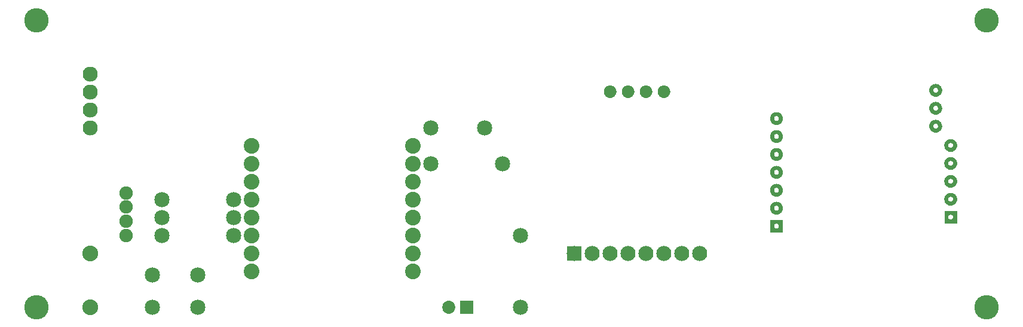
<source format=gbs>
G04 MADE WITH FRITZING*
G04 WWW.FRITZING.ORG*
G04 DOUBLE SIDED*
G04 HOLES PLATED*
G04 CONTOUR ON CENTER OF CONTOUR VECTOR*
%ASAXBY*%
%FSLAX23Y23*%
%MOIN*%
%OFA0B0*%
%SFA1.0B1.0*%
%ADD10C,0.087778*%
%ADD11C,0.083889*%
%ADD12C,0.075000*%
%ADD13C,0.085000*%
%ADD14C,0.088000*%
%ADD15C,0.135984*%
%ADD16C,0.084000*%
%ADD17C,0.072992*%
%ADD18R,0.084000X0.084000*%
%ADD19R,0.072992X0.072992*%
%ADD20R,0.001000X0.001000*%
%LNMASK0*%
G90*
G70*
G54D10*
X1413Y1080D03*
X1413Y980D03*
X1413Y880D03*
X1413Y780D03*
X1413Y680D03*
X1413Y580D03*
X1413Y480D03*
X1413Y380D03*
X2313Y380D03*
X2313Y480D03*
X2313Y580D03*
X2313Y680D03*
X2313Y780D03*
X2313Y880D03*
X2313Y980D03*
X2313Y1080D03*
G54D11*
X513Y1180D03*
X513Y1280D03*
X513Y1380D03*
X513Y1480D03*
G54D12*
X713Y580D03*
X713Y658D03*
X713Y737D03*
X713Y816D03*
G54D13*
X2413Y1180D03*
X2713Y1180D03*
X1113Y180D03*
X858Y180D03*
X1113Y357D03*
X858Y357D03*
G54D14*
X513Y480D03*
G54D13*
X913Y580D03*
X1313Y580D03*
X913Y680D03*
X1313Y680D03*
X913Y780D03*
X1313Y780D03*
X2413Y980D03*
X2813Y980D03*
G54D15*
X5513Y180D03*
X5513Y1780D03*
X213Y1780D03*
X213Y180D03*
G54D14*
X513Y180D03*
G54D16*
X3213Y480D03*
X3313Y480D03*
X3413Y480D03*
X3513Y480D03*
X3613Y480D03*
X3713Y480D03*
X3813Y480D03*
X3913Y480D03*
G54D17*
X2612Y180D03*
X2513Y180D03*
G54D13*
X2913Y580D03*
X2913Y180D03*
G54D18*
X3213Y480D03*
G54D19*
X2612Y180D03*
G54D20*
X5225Y1424D02*
X5232Y1424D01*
X5220Y1423D02*
X5237Y1423D01*
X5217Y1422D02*
X5240Y1422D01*
X5214Y1421D02*
X5243Y1421D01*
X5212Y1420D02*
X5245Y1420D01*
X5211Y1419D02*
X5247Y1419D01*
X5209Y1418D02*
X5248Y1418D01*
X5208Y1417D02*
X5250Y1417D01*
X5206Y1416D02*
X5251Y1416D01*
X3406Y1415D02*
X3419Y1415D01*
X3506Y1415D02*
X3519Y1415D01*
X3606Y1415D02*
X3619Y1415D01*
X3706Y1415D02*
X3719Y1415D01*
X5205Y1415D02*
X5252Y1415D01*
X3402Y1414D02*
X3423Y1414D01*
X3502Y1414D02*
X3523Y1414D01*
X3602Y1414D02*
X3623Y1414D01*
X3702Y1414D02*
X3723Y1414D01*
X5204Y1414D02*
X5253Y1414D01*
X3399Y1413D02*
X3426Y1413D01*
X3499Y1413D02*
X3526Y1413D01*
X3599Y1413D02*
X3626Y1413D01*
X3699Y1413D02*
X3726Y1413D01*
X5203Y1413D02*
X5254Y1413D01*
X3397Y1412D02*
X3428Y1412D01*
X3497Y1412D02*
X3528Y1412D01*
X3597Y1412D02*
X3628Y1412D01*
X3697Y1412D02*
X3728Y1412D01*
X5202Y1412D02*
X5255Y1412D01*
X3395Y1411D02*
X3430Y1411D01*
X3495Y1411D02*
X3530Y1411D01*
X3595Y1411D02*
X3630Y1411D01*
X3695Y1411D02*
X3730Y1411D01*
X5201Y1411D02*
X5256Y1411D01*
X3394Y1410D02*
X3431Y1410D01*
X3494Y1410D02*
X3531Y1410D01*
X3594Y1410D02*
X3631Y1410D01*
X3694Y1410D02*
X3731Y1410D01*
X5201Y1410D02*
X5257Y1410D01*
X3392Y1409D02*
X3433Y1409D01*
X3492Y1409D02*
X3533Y1409D01*
X3592Y1409D02*
X3633Y1409D01*
X3692Y1409D02*
X3733Y1409D01*
X5200Y1409D02*
X5257Y1409D01*
X3391Y1408D02*
X3434Y1408D01*
X3491Y1408D02*
X3534Y1408D01*
X3591Y1408D02*
X3634Y1408D01*
X3691Y1408D02*
X3734Y1408D01*
X5199Y1408D02*
X5258Y1408D01*
X3390Y1407D02*
X3435Y1407D01*
X3490Y1407D02*
X3535Y1407D01*
X3590Y1407D02*
X3635Y1407D01*
X3690Y1407D02*
X3735Y1407D01*
X5199Y1407D02*
X5259Y1407D01*
X3389Y1406D02*
X3436Y1406D01*
X3489Y1406D02*
X3536Y1406D01*
X3589Y1406D02*
X3636Y1406D01*
X3689Y1406D02*
X3736Y1406D01*
X5198Y1406D02*
X5259Y1406D01*
X3388Y1405D02*
X3437Y1405D01*
X3488Y1405D02*
X3537Y1405D01*
X3588Y1405D02*
X3637Y1405D01*
X3688Y1405D02*
X3737Y1405D01*
X5197Y1405D02*
X5260Y1405D01*
X3387Y1404D02*
X3438Y1404D01*
X3487Y1404D02*
X3538Y1404D01*
X3587Y1404D02*
X3638Y1404D01*
X3687Y1404D02*
X3738Y1404D01*
X5197Y1404D02*
X5260Y1404D01*
X3386Y1403D02*
X3439Y1403D01*
X3486Y1403D02*
X3539Y1403D01*
X3586Y1403D02*
X3639Y1403D01*
X3686Y1403D02*
X3739Y1403D01*
X5196Y1403D02*
X5261Y1403D01*
X3385Y1402D02*
X3440Y1402D01*
X3485Y1402D02*
X3540Y1402D01*
X3585Y1402D02*
X3640Y1402D01*
X3685Y1402D02*
X3740Y1402D01*
X5196Y1402D02*
X5261Y1402D01*
X3384Y1401D02*
X3441Y1401D01*
X3484Y1401D02*
X3541Y1401D01*
X3584Y1401D02*
X3641Y1401D01*
X3684Y1401D02*
X3741Y1401D01*
X5196Y1401D02*
X5223Y1401D01*
X5234Y1401D02*
X5262Y1401D01*
X3384Y1400D02*
X3441Y1400D01*
X3484Y1400D02*
X3541Y1400D01*
X3584Y1400D02*
X3641Y1400D01*
X3684Y1400D02*
X3741Y1400D01*
X5195Y1400D02*
X5221Y1400D01*
X5236Y1400D02*
X5262Y1400D01*
X3383Y1399D02*
X3442Y1399D01*
X3483Y1399D02*
X3542Y1399D01*
X3583Y1399D02*
X3642Y1399D01*
X3683Y1399D02*
X3742Y1399D01*
X5195Y1399D02*
X5220Y1399D01*
X5237Y1399D02*
X5262Y1399D01*
X3383Y1398D02*
X3443Y1398D01*
X3483Y1398D02*
X3542Y1398D01*
X3583Y1398D02*
X3642Y1398D01*
X3682Y1398D02*
X3742Y1398D01*
X5195Y1398D02*
X5219Y1398D01*
X5238Y1398D02*
X5263Y1398D01*
X3382Y1397D02*
X3443Y1397D01*
X3482Y1397D02*
X3543Y1397D01*
X3582Y1397D02*
X3643Y1397D01*
X3682Y1397D02*
X3743Y1397D01*
X5194Y1397D02*
X5218Y1397D01*
X5239Y1397D02*
X5263Y1397D01*
X3381Y1396D02*
X3444Y1396D01*
X3481Y1396D02*
X3544Y1396D01*
X3581Y1396D02*
X3644Y1396D01*
X3681Y1396D02*
X3744Y1396D01*
X5194Y1396D02*
X5217Y1396D01*
X5240Y1396D02*
X5263Y1396D01*
X3381Y1395D02*
X3444Y1395D01*
X3481Y1395D02*
X3544Y1395D01*
X3581Y1395D02*
X3644Y1395D01*
X3681Y1395D02*
X3744Y1395D01*
X5194Y1395D02*
X5216Y1395D01*
X5241Y1395D02*
X5263Y1395D01*
X3381Y1394D02*
X3445Y1394D01*
X3481Y1394D02*
X3545Y1394D01*
X3581Y1394D02*
X3644Y1394D01*
X3680Y1394D02*
X3745Y1394D01*
X5194Y1394D02*
X5216Y1394D01*
X5241Y1394D02*
X5264Y1394D01*
X3380Y1393D02*
X3445Y1393D01*
X3480Y1393D02*
X3545Y1393D01*
X3580Y1393D02*
X3645Y1393D01*
X3680Y1393D02*
X3745Y1393D01*
X5193Y1393D02*
X5215Y1393D01*
X5242Y1393D02*
X5264Y1393D01*
X3380Y1392D02*
X3445Y1392D01*
X3480Y1392D02*
X3545Y1392D01*
X3580Y1392D02*
X3645Y1392D01*
X3680Y1392D02*
X3745Y1392D01*
X5193Y1392D02*
X5215Y1392D01*
X5242Y1392D02*
X5264Y1392D01*
X3380Y1391D02*
X3446Y1391D01*
X3479Y1391D02*
X3546Y1391D01*
X3580Y1391D02*
X3646Y1391D01*
X3679Y1391D02*
X3746Y1391D01*
X5193Y1391D02*
X5215Y1391D01*
X5242Y1391D02*
X5264Y1391D01*
X3379Y1390D02*
X3446Y1390D01*
X3479Y1390D02*
X3546Y1390D01*
X3579Y1390D02*
X3646Y1390D01*
X3679Y1390D02*
X3746Y1390D01*
X5193Y1390D02*
X5215Y1390D01*
X5242Y1390D02*
X5264Y1390D01*
X3379Y1389D02*
X3446Y1389D01*
X3479Y1389D02*
X3546Y1389D01*
X3579Y1389D02*
X3646Y1389D01*
X3679Y1389D02*
X3746Y1389D01*
X5193Y1389D02*
X5215Y1389D01*
X5243Y1389D02*
X5264Y1389D01*
X3379Y1388D02*
X3446Y1388D01*
X3479Y1388D02*
X3546Y1388D01*
X3579Y1388D02*
X3646Y1388D01*
X3679Y1388D02*
X3746Y1388D01*
X5193Y1388D02*
X5215Y1388D01*
X5243Y1388D02*
X5264Y1388D01*
X3379Y1387D02*
X3446Y1387D01*
X3479Y1387D02*
X3546Y1387D01*
X3579Y1387D02*
X3646Y1387D01*
X3679Y1387D02*
X3746Y1387D01*
X5193Y1387D02*
X5215Y1387D01*
X5242Y1387D02*
X5264Y1387D01*
X3378Y1386D02*
X3447Y1386D01*
X3478Y1386D02*
X3547Y1386D01*
X3578Y1386D02*
X3647Y1386D01*
X3678Y1386D02*
X3747Y1386D01*
X5193Y1386D02*
X5215Y1386D01*
X5242Y1386D02*
X5264Y1386D01*
X3378Y1385D02*
X3447Y1385D01*
X3478Y1385D02*
X3547Y1385D01*
X3578Y1385D02*
X3647Y1385D01*
X3678Y1385D02*
X3747Y1385D01*
X5193Y1385D02*
X5215Y1385D01*
X5242Y1385D02*
X5264Y1385D01*
X3378Y1384D02*
X3447Y1384D01*
X3478Y1384D02*
X3547Y1384D01*
X3578Y1384D02*
X3647Y1384D01*
X3678Y1384D02*
X3747Y1384D01*
X5193Y1384D02*
X5215Y1384D01*
X5242Y1384D02*
X5264Y1384D01*
X3378Y1383D02*
X3447Y1383D01*
X3478Y1383D02*
X3547Y1383D01*
X3578Y1383D02*
X3647Y1383D01*
X3678Y1383D02*
X3747Y1383D01*
X5194Y1383D02*
X5216Y1383D01*
X5242Y1383D02*
X5264Y1383D01*
X3378Y1382D02*
X3447Y1382D01*
X3478Y1382D02*
X3547Y1382D01*
X3578Y1382D02*
X3647Y1382D01*
X3678Y1382D02*
X3747Y1382D01*
X5194Y1382D02*
X5216Y1382D01*
X5241Y1382D02*
X5263Y1382D01*
X3378Y1381D02*
X3447Y1381D01*
X3478Y1381D02*
X3547Y1381D01*
X3578Y1381D02*
X3647Y1381D01*
X3678Y1381D02*
X3747Y1381D01*
X5194Y1381D02*
X5217Y1381D01*
X5240Y1381D02*
X5263Y1381D01*
X3378Y1380D02*
X3447Y1380D01*
X3478Y1380D02*
X3547Y1380D01*
X3578Y1380D02*
X3647Y1380D01*
X3678Y1380D02*
X3747Y1380D01*
X5194Y1380D02*
X5217Y1380D01*
X5240Y1380D02*
X5263Y1380D01*
X3378Y1379D02*
X3447Y1379D01*
X3478Y1379D02*
X3547Y1379D01*
X3578Y1379D02*
X3647Y1379D01*
X3678Y1379D02*
X3747Y1379D01*
X5194Y1379D02*
X5218Y1379D01*
X5239Y1379D02*
X5263Y1379D01*
X3378Y1378D02*
X3447Y1378D01*
X3478Y1378D02*
X3547Y1378D01*
X3578Y1378D02*
X3647Y1378D01*
X3678Y1378D02*
X3747Y1378D01*
X5195Y1378D02*
X5219Y1378D01*
X5238Y1378D02*
X5262Y1378D01*
X3378Y1377D02*
X3447Y1377D01*
X3478Y1377D02*
X3547Y1377D01*
X3578Y1377D02*
X3647Y1377D01*
X3678Y1377D02*
X3747Y1377D01*
X5195Y1377D02*
X5221Y1377D01*
X5237Y1377D02*
X5262Y1377D01*
X3378Y1376D02*
X3447Y1376D01*
X3478Y1376D02*
X3547Y1376D01*
X3578Y1376D02*
X3647Y1376D01*
X3678Y1376D02*
X3747Y1376D01*
X5195Y1376D02*
X5222Y1376D01*
X5235Y1376D02*
X5262Y1376D01*
X3379Y1375D02*
X3447Y1375D01*
X3478Y1375D02*
X3547Y1375D01*
X3578Y1375D02*
X3647Y1375D01*
X3678Y1375D02*
X3747Y1375D01*
X5196Y1375D02*
X5226Y1375D01*
X5232Y1375D02*
X5261Y1375D01*
X3379Y1374D02*
X3446Y1374D01*
X3479Y1374D02*
X3546Y1374D01*
X3579Y1374D02*
X3646Y1374D01*
X3679Y1374D02*
X3746Y1374D01*
X5196Y1374D02*
X5261Y1374D01*
X3379Y1373D02*
X3446Y1373D01*
X3479Y1373D02*
X3546Y1373D01*
X3579Y1373D02*
X3646Y1373D01*
X3679Y1373D02*
X3746Y1373D01*
X5197Y1373D02*
X5260Y1373D01*
X3379Y1372D02*
X3446Y1372D01*
X3479Y1372D02*
X3546Y1372D01*
X3579Y1372D02*
X3646Y1372D01*
X3679Y1372D02*
X3746Y1372D01*
X5197Y1372D02*
X5260Y1372D01*
X3379Y1371D02*
X3446Y1371D01*
X3479Y1371D02*
X3546Y1371D01*
X3579Y1371D02*
X3646Y1371D01*
X3679Y1371D02*
X3746Y1371D01*
X5198Y1371D02*
X5260Y1371D01*
X3380Y1370D02*
X3445Y1370D01*
X3480Y1370D02*
X3545Y1370D01*
X3580Y1370D02*
X3645Y1370D01*
X3680Y1370D02*
X3745Y1370D01*
X5198Y1370D02*
X5259Y1370D01*
X3380Y1369D02*
X3445Y1369D01*
X3480Y1369D02*
X3545Y1369D01*
X3580Y1369D02*
X3645Y1369D01*
X3680Y1369D02*
X3745Y1369D01*
X5199Y1369D02*
X5258Y1369D01*
X3380Y1368D02*
X3445Y1368D01*
X3480Y1368D02*
X3545Y1368D01*
X3580Y1368D02*
X3645Y1368D01*
X3680Y1368D02*
X3745Y1368D01*
X5199Y1368D02*
X5258Y1368D01*
X3381Y1367D02*
X3444Y1367D01*
X3481Y1367D02*
X3544Y1367D01*
X3581Y1367D02*
X3644Y1367D01*
X3681Y1367D02*
X3744Y1367D01*
X5200Y1367D02*
X5257Y1367D01*
X3381Y1366D02*
X3444Y1366D01*
X3481Y1366D02*
X3544Y1366D01*
X3581Y1366D02*
X3644Y1366D01*
X3681Y1366D02*
X3744Y1366D01*
X5201Y1366D02*
X5256Y1366D01*
X3382Y1365D02*
X3443Y1365D01*
X3482Y1365D02*
X3543Y1365D01*
X3582Y1365D02*
X3643Y1365D01*
X3682Y1365D02*
X3743Y1365D01*
X5202Y1365D02*
X5255Y1365D01*
X3382Y1364D02*
X3443Y1364D01*
X3482Y1364D02*
X3543Y1364D01*
X3582Y1364D02*
X3643Y1364D01*
X3682Y1364D02*
X3743Y1364D01*
X5203Y1364D02*
X5255Y1364D01*
X3383Y1363D02*
X3442Y1363D01*
X3483Y1363D02*
X3542Y1363D01*
X3583Y1363D02*
X3642Y1363D01*
X3683Y1363D02*
X3742Y1363D01*
X5204Y1363D02*
X5254Y1363D01*
X3383Y1362D02*
X3442Y1362D01*
X3483Y1362D02*
X3542Y1362D01*
X3583Y1362D02*
X3642Y1362D01*
X3683Y1362D02*
X3742Y1362D01*
X5205Y1362D02*
X5253Y1362D01*
X3384Y1361D02*
X3441Y1361D01*
X3484Y1361D02*
X3541Y1361D01*
X3584Y1361D02*
X3641Y1361D01*
X3684Y1361D02*
X3741Y1361D01*
X5206Y1361D02*
X5251Y1361D01*
X3385Y1360D02*
X3440Y1360D01*
X3485Y1360D02*
X3540Y1360D01*
X3585Y1360D02*
X3640Y1360D01*
X3685Y1360D02*
X3740Y1360D01*
X5207Y1360D02*
X5250Y1360D01*
X3386Y1359D02*
X3439Y1359D01*
X3486Y1359D02*
X3539Y1359D01*
X3586Y1359D02*
X3639Y1359D01*
X3686Y1359D02*
X3739Y1359D01*
X5208Y1359D02*
X5249Y1359D01*
X3386Y1358D02*
X3439Y1358D01*
X3486Y1358D02*
X3539Y1358D01*
X3586Y1358D02*
X3639Y1358D01*
X3686Y1358D02*
X3739Y1358D01*
X5210Y1358D02*
X5247Y1358D01*
X3387Y1357D02*
X3438Y1357D01*
X3487Y1357D02*
X3538Y1357D01*
X3587Y1357D02*
X3638Y1357D01*
X3687Y1357D02*
X3738Y1357D01*
X5212Y1357D02*
X5246Y1357D01*
X3388Y1356D02*
X3437Y1356D01*
X3488Y1356D02*
X3537Y1356D01*
X3588Y1356D02*
X3637Y1356D01*
X3688Y1356D02*
X3737Y1356D01*
X5214Y1356D02*
X5244Y1356D01*
X3389Y1355D02*
X3436Y1355D01*
X3489Y1355D02*
X3536Y1355D01*
X3589Y1355D02*
X3636Y1355D01*
X3689Y1355D02*
X3736Y1355D01*
X5216Y1355D02*
X5241Y1355D01*
X3390Y1354D02*
X3435Y1354D01*
X3490Y1354D02*
X3535Y1354D01*
X3590Y1354D02*
X3635Y1354D01*
X3690Y1354D02*
X3735Y1354D01*
X5219Y1354D02*
X5239Y1354D01*
X3392Y1353D02*
X3433Y1353D01*
X3492Y1353D02*
X3533Y1353D01*
X3592Y1353D02*
X3633Y1353D01*
X3692Y1353D02*
X3733Y1353D01*
X5223Y1353D02*
X5235Y1353D01*
X3393Y1352D02*
X3432Y1352D01*
X3493Y1352D02*
X3532Y1352D01*
X3593Y1352D02*
X3632Y1352D01*
X3693Y1352D02*
X3732Y1352D01*
X3395Y1351D02*
X3430Y1351D01*
X3495Y1351D02*
X3530Y1351D01*
X3595Y1351D02*
X3630Y1351D01*
X3695Y1351D02*
X3730Y1351D01*
X3396Y1350D02*
X3429Y1350D01*
X3496Y1350D02*
X3529Y1350D01*
X3596Y1350D02*
X3629Y1350D01*
X3696Y1350D02*
X3729Y1350D01*
X3398Y1349D02*
X3427Y1349D01*
X3498Y1349D02*
X3527Y1349D01*
X3598Y1349D02*
X3627Y1349D01*
X3698Y1349D02*
X3727Y1349D01*
X3401Y1348D02*
X3424Y1348D01*
X3501Y1348D02*
X3524Y1348D01*
X3601Y1348D02*
X3624Y1348D01*
X3701Y1348D02*
X3724Y1348D01*
X3404Y1347D02*
X3421Y1347D01*
X3504Y1347D02*
X3521Y1347D01*
X3604Y1347D02*
X3621Y1347D01*
X3704Y1347D02*
X3721Y1347D01*
X3409Y1346D02*
X3416Y1346D01*
X3509Y1346D02*
X3516Y1346D01*
X3609Y1346D02*
X3616Y1346D01*
X3709Y1346D02*
X3716Y1346D01*
X5225Y1324D02*
X5232Y1324D01*
X5220Y1323D02*
X5237Y1323D01*
X5217Y1322D02*
X5240Y1322D01*
X5214Y1321D02*
X5243Y1321D01*
X5212Y1320D02*
X5245Y1320D01*
X5211Y1319D02*
X5247Y1319D01*
X5209Y1318D02*
X5248Y1318D01*
X5208Y1317D02*
X5250Y1317D01*
X5206Y1316D02*
X5251Y1316D01*
X5205Y1315D02*
X5252Y1315D01*
X5204Y1314D02*
X5253Y1314D01*
X5203Y1313D02*
X5254Y1313D01*
X5202Y1312D02*
X5255Y1312D01*
X5201Y1311D02*
X5256Y1311D01*
X5201Y1310D02*
X5257Y1310D01*
X5200Y1309D02*
X5257Y1309D01*
X5199Y1308D02*
X5258Y1308D01*
X5199Y1307D02*
X5259Y1307D01*
X5198Y1306D02*
X5259Y1306D01*
X5197Y1305D02*
X5260Y1305D01*
X5197Y1304D02*
X5260Y1304D01*
X5196Y1303D02*
X5261Y1303D01*
X5196Y1302D02*
X5261Y1302D01*
X5196Y1301D02*
X5223Y1301D01*
X5234Y1301D02*
X5262Y1301D01*
X5195Y1300D02*
X5221Y1300D01*
X5236Y1300D02*
X5262Y1300D01*
X5195Y1299D02*
X5220Y1299D01*
X5237Y1299D02*
X5262Y1299D01*
X5195Y1298D02*
X5219Y1298D01*
X5238Y1298D02*
X5263Y1298D01*
X5194Y1297D02*
X5218Y1297D01*
X5239Y1297D02*
X5263Y1297D01*
X5194Y1296D02*
X5217Y1296D01*
X5240Y1296D02*
X5263Y1296D01*
X5194Y1295D02*
X5216Y1295D01*
X5241Y1295D02*
X5263Y1295D01*
X5194Y1294D02*
X5216Y1294D01*
X5241Y1294D02*
X5263Y1294D01*
X5193Y1293D02*
X5215Y1293D01*
X5242Y1293D02*
X5264Y1293D01*
X5193Y1292D02*
X5215Y1292D01*
X5242Y1292D02*
X5264Y1292D01*
X5193Y1291D02*
X5215Y1291D01*
X5242Y1291D02*
X5264Y1291D01*
X5193Y1290D02*
X5215Y1290D01*
X5242Y1290D02*
X5264Y1290D01*
X5193Y1289D02*
X5215Y1289D01*
X5243Y1289D02*
X5264Y1289D01*
X5193Y1288D02*
X5215Y1288D01*
X5243Y1288D02*
X5264Y1288D01*
X5193Y1287D02*
X5215Y1287D01*
X5242Y1287D02*
X5264Y1287D01*
X5193Y1286D02*
X5215Y1286D01*
X5242Y1286D02*
X5264Y1286D01*
X5193Y1285D02*
X5215Y1285D01*
X5242Y1285D02*
X5264Y1285D01*
X5193Y1284D02*
X5215Y1284D01*
X5242Y1284D02*
X5264Y1284D01*
X5194Y1283D02*
X5216Y1283D01*
X5242Y1283D02*
X5264Y1283D01*
X5194Y1282D02*
X5216Y1282D01*
X5241Y1282D02*
X5263Y1282D01*
X5194Y1281D02*
X5217Y1281D01*
X5240Y1281D02*
X5263Y1281D01*
X5194Y1280D02*
X5217Y1280D01*
X5240Y1280D02*
X5263Y1280D01*
X5194Y1279D02*
X5218Y1279D01*
X5239Y1279D02*
X5263Y1279D01*
X5195Y1278D02*
X5219Y1278D01*
X5238Y1278D02*
X5262Y1278D01*
X5195Y1277D02*
X5221Y1277D01*
X5237Y1277D02*
X5262Y1277D01*
X5195Y1276D02*
X5222Y1276D01*
X5235Y1276D02*
X5262Y1276D01*
X5196Y1275D02*
X5226Y1275D01*
X5231Y1275D02*
X5261Y1275D01*
X5196Y1274D02*
X5261Y1274D01*
X5197Y1273D02*
X5260Y1273D01*
X5197Y1272D02*
X5260Y1272D01*
X5198Y1271D02*
X5259Y1271D01*
X5198Y1270D02*
X5259Y1270D01*
X5199Y1269D02*
X5258Y1269D01*
X5199Y1268D02*
X5258Y1268D01*
X5200Y1267D02*
X5257Y1267D01*
X4333Y1266D02*
X4348Y1266D01*
X5201Y1266D02*
X5256Y1266D01*
X4330Y1265D02*
X4351Y1265D01*
X5202Y1265D02*
X5255Y1265D01*
X4327Y1264D02*
X4354Y1264D01*
X5203Y1264D02*
X5255Y1264D01*
X4325Y1263D02*
X4356Y1263D01*
X5204Y1263D02*
X5254Y1263D01*
X4323Y1262D02*
X4358Y1262D01*
X5205Y1262D02*
X5253Y1262D01*
X4321Y1261D02*
X4360Y1261D01*
X5206Y1261D02*
X5251Y1261D01*
X4320Y1260D02*
X4361Y1260D01*
X5207Y1260D02*
X5250Y1260D01*
X4318Y1259D02*
X4362Y1259D01*
X5208Y1259D02*
X5249Y1259D01*
X4317Y1258D02*
X4364Y1258D01*
X5210Y1258D02*
X5247Y1258D01*
X4316Y1257D02*
X4365Y1257D01*
X5212Y1257D02*
X5246Y1257D01*
X4315Y1256D02*
X4366Y1256D01*
X5214Y1256D02*
X5244Y1256D01*
X4314Y1255D02*
X4367Y1255D01*
X5216Y1255D02*
X5241Y1255D01*
X4313Y1254D02*
X4368Y1254D01*
X5219Y1254D02*
X5239Y1254D01*
X4313Y1253D02*
X4368Y1253D01*
X5223Y1253D02*
X5234Y1253D01*
X4312Y1252D02*
X4369Y1252D01*
X4311Y1251D02*
X4370Y1251D01*
X4311Y1250D02*
X4370Y1250D01*
X4310Y1249D02*
X4371Y1249D01*
X4309Y1248D02*
X4372Y1248D01*
X4309Y1247D02*
X4372Y1247D01*
X4308Y1246D02*
X4372Y1246D01*
X4308Y1245D02*
X4373Y1245D01*
X4308Y1244D02*
X4336Y1244D01*
X4345Y1244D02*
X4373Y1244D01*
X4307Y1243D02*
X4334Y1243D01*
X4347Y1243D02*
X4374Y1243D01*
X4307Y1242D02*
X4332Y1242D01*
X4349Y1242D02*
X4374Y1242D01*
X4306Y1241D02*
X4331Y1241D01*
X4350Y1241D02*
X4374Y1241D01*
X4306Y1240D02*
X4330Y1240D01*
X4351Y1240D02*
X4375Y1240D01*
X4306Y1239D02*
X4329Y1239D01*
X4352Y1239D02*
X4375Y1239D01*
X4306Y1238D02*
X4328Y1238D01*
X4353Y1238D02*
X4375Y1238D01*
X4306Y1237D02*
X4328Y1237D01*
X4353Y1237D02*
X4375Y1237D01*
X4305Y1236D02*
X4327Y1236D01*
X4354Y1236D02*
X4375Y1236D01*
X4305Y1235D02*
X4327Y1235D01*
X4354Y1235D02*
X4376Y1235D01*
X4305Y1234D02*
X4327Y1234D01*
X4354Y1234D02*
X4376Y1234D01*
X4305Y1233D02*
X4327Y1233D01*
X4354Y1233D02*
X4376Y1233D01*
X4305Y1232D02*
X4327Y1232D01*
X4354Y1232D02*
X4376Y1232D01*
X4305Y1231D02*
X4326Y1231D01*
X4354Y1231D02*
X4376Y1231D01*
X4305Y1230D02*
X4327Y1230D01*
X4354Y1230D02*
X4376Y1230D01*
X4305Y1229D02*
X4327Y1229D01*
X4354Y1229D02*
X4376Y1229D01*
X4305Y1228D02*
X4327Y1228D01*
X4354Y1228D02*
X4376Y1228D01*
X4305Y1227D02*
X4327Y1227D01*
X4354Y1227D02*
X4376Y1227D01*
X4305Y1226D02*
X4327Y1226D01*
X4354Y1226D02*
X4375Y1226D01*
X4306Y1225D02*
X4328Y1225D01*
X4353Y1225D02*
X4375Y1225D01*
X4306Y1224D02*
X4328Y1224D01*
X4353Y1224D02*
X4375Y1224D01*
X5225Y1224D02*
X5232Y1224D01*
X4306Y1223D02*
X4329Y1223D01*
X4352Y1223D02*
X4375Y1223D01*
X5220Y1223D02*
X5237Y1223D01*
X4306Y1222D02*
X4330Y1222D01*
X4351Y1222D02*
X4375Y1222D01*
X5217Y1222D02*
X5240Y1222D01*
X4306Y1221D02*
X4331Y1221D01*
X4350Y1221D02*
X4374Y1221D01*
X5214Y1221D02*
X5243Y1221D01*
X4307Y1220D02*
X4332Y1220D01*
X4349Y1220D02*
X4374Y1220D01*
X5212Y1220D02*
X5245Y1220D01*
X4307Y1219D02*
X4334Y1219D01*
X4347Y1219D02*
X4374Y1219D01*
X5211Y1219D02*
X5247Y1219D01*
X4308Y1218D02*
X4336Y1218D01*
X4345Y1218D02*
X4373Y1218D01*
X5209Y1218D02*
X5248Y1218D01*
X4308Y1217D02*
X4373Y1217D01*
X5207Y1217D02*
X5250Y1217D01*
X4308Y1216D02*
X4372Y1216D01*
X5206Y1216D02*
X5251Y1216D01*
X4309Y1215D02*
X4372Y1215D01*
X5205Y1215D02*
X5252Y1215D01*
X4309Y1214D02*
X4372Y1214D01*
X5204Y1214D02*
X5253Y1214D01*
X4310Y1213D02*
X4371Y1213D01*
X5203Y1213D02*
X5254Y1213D01*
X4311Y1212D02*
X4370Y1212D01*
X5202Y1212D02*
X5255Y1212D01*
X4311Y1211D02*
X4370Y1211D01*
X5201Y1211D02*
X5256Y1211D01*
X4312Y1210D02*
X4369Y1210D01*
X5200Y1210D02*
X5257Y1210D01*
X4313Y1209D02*
X4368Y1209D01*
X5200Y1209D02*
X5257Y1209D01*
X4313Y1208D02*
X4368Y1208D01*
X5199Y1208D02*
X5258Y1208D01*
X4314Y1207D02*
X4367Y1207D01*
X5198Y1207D02*
X5259Y1207D01*
X4315Y1206D02*
X4366Y1206D01*
X5198Y1206D02*
X5259Y1206D01*
X4316Y1205D02*
X4365Y1205D01*
X5197Y1205D02*
X5260Y1205D01*
X4317Y1204D02*
X4364Y1204D01*
X5197Y1204D02*
X5260Y1204D01*
X4318Y1203D02*
X4362Y1203D01*
X5196Y1203D02*
X5261Y1203D01*
X4320Y1202D02*
X4361Y1202D01*
X5196Y1202D02*
X5261Y1202D01*
X4321Y1201D02*
X4360Y1201D01*
X5196Y1201D02*
X5223Y1201D01*
X5234Y1201D02*
X5262Y1201D01*
X4323Y1200D02*
X4358Y1200D01*
X5195Y1200D02*
X5221Y1200D01*
X5236Y1200D02*
X5262Y1200D01*
X4325Y1199D02*
X4356Y1199D01*
X5195Y1199D02*
X5220Y1199D01*
X5237Y1199D02*
X5262Y1199D01*
X4327Y1198D02*
X4354Y1198D01*
X5195Y1198D02*
X5219Y1198D01*
X5238Y1198D02*
X5263Y1198D01*
X4330Y1197D02*
X4351Y1197D01*
X5194Y1197D02*
X5218Y1197D01*
X5239Y1197D02*
X5263Y1197D01*
X4333Y1196D02*
X4348Y1196D01*
X5194Y1196D02*
X5217Y1196D01*
X5240Y1196D02*
X5263Y1196D01*
X5194Y1195D02*
X5216Y1195D01*
X5241Y1195D02*
X5263Y1195D01*
X5194Y1194D02*
X5216Y1194D01*
X5241Y1194D02*
X5263Y1194D01*
X5193Y1193D02*
X5215Y1193D01*
X5242Y1193D02*
X5264Y1193D01*
X5193Y1192D02*
X5215Y1192D01*
X5242Y1192D02*
X5264Y1192D01*
X5193Y1191D02*
X5215Y1191D01*
X5242Y1191D02*
X5264Y1191D01*
X5193Y1190D02*
X5215Y1190D01*
X5242Y1190D02*
X5264Y1190D01*
X5193Y1189D02*
X5215Y1189D01*
X5243Y1189D02*
X5264Y1189D01*
X5193Y1188D02*
X5215Y1188D01*
X5243Y1188D02*
X5264Y1188D01*
X5193Y1187D02*
X5215Y1187D01*
X5242Y1187D02*
X5264Y1187D01*
X5193Y1186D02*
X5215Y1186D01*
X5242Y1186D02*
X5264Y1186D01*
X5193Y1185D02*
X5215Y1185D01*
X5242Y1185D02*
X5264Y1185D01*
X5193Y1184D02*
X5215Y1184D01*
X5242Y1184D02*
X5264Y1184D01*
X5194Y1183D02*
X5216Y1183D01*
X5242Y1183D02*
X5264Y1183D01*
X5194Y1182D02*
X5216Y1182D01*
X5241Y1182D02*
X5263Y1182D01*
X5194Y1181D02*
X5217Y1181D01*
X5240Y1181D02*
X5263Y1181D01*
X5194Y1180D02*
X5217Y1180D01*
X5240Y1180D02*
X5263Y1180D01*
X5194Y1179D02*
X5218Y1179D01*
X5239Y1179D02*
X5263Y1179D01*
X5195Y1178D02*
X5219Y1178D01*
X5238Y1178D02*
X5262Y1178D01*
X5195Y1177D02*
X5221Y1177D01*
X5236Y1177D02*
X5262Y1177D01*
X5195Y1176D02*
X5222Y1176D01*
X5235Y1176D02*
X5262Y1176D01*
X5196Y1175D02*
X5226Y1175D01*
X5231Y1175D02*
X5261Y1175D01*
X5196Y1174D02*
X5261Y1174D01*
X5197Y1173D02*
X5260Y1173D01*
X5197Y1172D02*
X5260Y1172D01*
X5198Y1171D02*
X5259Y1171D01*
X5198Y1170D02*
X5259Y1170D01*
X5199Y1169D02*
X5258Y1169D01*
X5200Y1168D02*
X5258Y1168D01*
X5200Y1167D02*
X5257Y1167D01*
X4333Y1166D02*
X4348Y1166D01*
X5201Y1166D02*
X5256Y1166D01*
X4329Y1165D02*
X4351Y1165D01*
X5202Y1165D02*
X5255Y1165D01*
X4327Y1164D02*
X4354Y1164D01*
X5203Y1164D02*
X5254Y1164D01*
X4325Y1163D02*
X4356Y1163D01*
X5204Y1163D02*
X5254Y1163D01*
X4323Y1162D02*
X4358Y1162D01*
X5205Y1162D02*
X5252Y1162D01*
X4321Y1161D02*
X4360Y1161D01*
X5206Y1161D02*
X5251Y1161D01*
X4320Y1160D02*
X4361Y1160D01*
X5207Y1160D02*
X5250Y1160D01*
X4318Y1159D02*
X4362Y1159D01*
X5208Y1159D02*
X5249Y1159D01*
X4317Y1158D02*
X4364Y1158D01*
X5210Y1158D02*
X5247Y1158D01*
X4316Y1157D02*
X4365Y1157D01*
X5212Y1157D02*
X5246Y1157D01*
X4315Y1156D02*
X4366Y1156D01*
X5214Y1156D02*
X5244Y1156D01*
X4314Y1155D02*
X4367Y1155D01*
X5216Y1155D02*
X5241Y1155D01*
X4313Y1154D02*
X4368Y1154D01*
X5219Y1154D02*
X5238Y1154D01*
X4313Y1153D02*
X4368Y1153D01*
X5223Y1153D02*
X5234Y1153D01*
X4312Y1152D02*
X4369Y1152D01*
X4311Y1151D02*
X4370Y1151D01*
X4310Y1150D02*
X4370Y1150D01*
X4310Y1149D02*
X4371Y1149D01*
X4309Y1148D02*
X4372Y1148D01*
X4309Y1147D02*
X4372Y1147D01*
X4308Y1146D02*
X4372Y1146D01*
X4308Y1145D02*
X4373Y1145D01*
X4308Y1144D02*
X4336Y1144D01*
X4345Y1144D02*
X4373Y1144D01*
X4307Y1143D02*
X4334Y1143D01*
X4347Y1143D02*
X4374Y1143D01*
X4307Y1142D02*
X4332Y1142D01*
X4349Y1142D02*
X4374Y1142D01*
X4306Y1141D02*
X4331Y1141D01*
X4350Y1141D02*
X4374Y1141D01*
X4306Y1140D02*
X4330Y1140D01*
X4351Y1140D02*
X4375Y1140D01*
X4306Y1139D02*
X4329Y1139D01*
X4352Y1139D02*
X4375Y1139D01*
X4306Y1138D02*
X4328Y1138D01*
X4353Y1138D02*
X4375Y1138D01*
X4306Y1137D02*
X4328Y1137D01*
X4353Y1137D02*
X4375Y1137D01*
X4305Y1136D02*
X4327Y1136D01*
X4354Y1136D02*
X4375Y1136D01*
X4305Y1135D02*
X4327Y1135D01*
X4354Y1135D02*
X4376Y1135D01*
X4305Y1134D02*
X4327Y1134D01*
X4354Y1134D02*
X4376Y1134D01*
X4305Y1133D02*
X4327Y1133D01*
X4354Y1133D02*
X4376Y1133D01*
X4305Y1132D02*
X4327Y1132D01*
X4354Y1132D02*
X4376Y1132D01*
X4305Y1131D02*
X4326Y1131D01*
X4354Y1131D02*
X4376Y1131D01*
X4305Y1130D02*
X4327Y1130D01*
X4354Y1130D02*
X4376Y1130D01*
X4305Y1129D02*
X4327Y1129D01*
X4354Y1129D02*
X4376Y1129D01*
X4305Y1128D02*
X4327Y1128D01*
X4354Y1128D02*
X4376Y1128D01*
X4305Y1127D02*
X4327Y1127D01*
X4354Y1127D02*
X4376Y1127D01*
X4305Y1126D02*
X4327Y1126D01*
X4354Y1126D02*
X4375Y1126D01*
X4306Y1125D02*
X4328Y1125D01*
X4353Y1125D02*
X4375Y1125D01*
X4306Y1124D02*
X4328Y1124D01*
X4352Y1124D02*
X4375Y1124D01*
X4306Y1123D02*
X4329Y1123D01*
X4352Y1123D02*
X4375Y1123D01*
X4306Y1122D02*
X4330Y1122D01*
X4351Y1122D02*
X4375Y1122D01*
X4306Y1121D02*
X4331Y1121D01*
X4350Y1121D02*
X4374Y1121D01*
X4307Y1120D02*
X4332Y1120D01*
X4349Y1120D02*
X4374Y1120D01*
X4307Y1119D02*
X4334Y1119D01*
X4347Y1119D02*
X4374Y1119D01*
X4308Y1118D02*
X4336Y1118D01*
X4345Y1118D02*
X4373Y1118D01*
X4308Y1117D02*
X4373Y1117D01*
X4308Y1116D02*
X4372Y1116D01*
X5306Y1116D02*
X5319Y1116D01*
X4309Y1115D02*
X4372Y1115D01*
X5302Y1115D02*
X5323Y1115D01*
X4309Y1114D02*
X4371Y1114D01*
X5299Y1114D02*
X5325Y1114D01*
X4310Y1113D02*
X4371Y1113D01*
X5297Y1113D02*
X5328Y1113D01*
X4311Y1112D02*
X4370Y1112D01*
X5295Y1112D02*
X5330Y1112D01*
X4311Y1111D02*
X4370Y1111D01*
X5293Y1111D02*
X5331Y1111D01*
X4312Y1110D02*
X4369Y1110D01*
X5292Y1110D02*
X5333Y1110D01*
X4313Y1109D02*
X4368Y1109D01*
X5291Y1109D02*
X5334Y1109D01*
X4313Y1108D02*
X4367Y1108D01*
X5289Y1108D02*
X5335Y1108D01*
X4314Y1107D02*
X4367Y1107D01*
X5288Y1107D02*
X5336Y1107D01*
X4315Y1106D02*
X4366Y1106D01*
X5287Y1106D02*
X5337Y1106D01*
X4316Y1105D02*
X4365Y1105D01*
X5286Y1105D02*
X5338Y1105D01*
X4317Y1104D02*
X4364Y1104D01*
X5285Y1104D02*
X5339Y1104D01*
X4319Y1103D02*
X4362Y1103D01*
X5285Y1103D02*
X5340Y1103D01*
X4320Y1102D02*
X4361Y1102D01*
X5284Y1102D02*
X5341Y1102D01*
X4321Y1101D02*
X4360Y1101D01*
X5283Y1101D02*
X5342Y1101D01*
X4323Y1100D02*
X4358Y1100D01*
X5283Y1100D02*
X5342Y1100D01*
X4325Y1099D02*
X4356Y1099D01*
X5282Y1099D02*
X5343Y1099D01*
X4327Y1098D02*
X4354Y1098D01*
X5281Y1098D02*
X5343Y1098D01*
X4330Y1097D02*
X4351Y1097D01*
X5281Y1097D02*
X5344Y1097D01*
X4333Y1096D02*
X4348Y1096D01*
X5280Y1096D02*
X5344Y1096D01*
X5280Y1095D02*
X5345Y1095D01*
X5279Y1094D02*
X5309Y1094D01*
X5316Y1094D02*
X5345Y1094D01*
X5279Y1093D02*
X5306Y1093D01*
X5319Y1093D02*
X5346Y1093D01*
X5279Y1092D02*
X5304Y1092D01*
X5320Y1092D02*
X5346Y1092D01*
X5278Y1091D02*
X5303Y1091D01*
X5322Y1091D02*
X5346Y1091D01*
X5278Y1090D02*
X5302Y1090D01*
X5323Y1090D02*
X5346Y1090D01*
X5278Y1089D02*
X5301Y1089D01*
X5324Y1089D02*
X5347Y1089D01*
X5278Y1088D02*
X5300Y1088D01*
X5324Y1088D02*
X5347Y1088D01*
X5277Y1087D02*
X5300Y1087D01*
X5325Y1087D02*
X5347Y1087D01*
X5277Y1086D02*
X5299Y1086D01*
X5325Y1086D02*
X5347Y1086D01*
X5277Y1085D02*
X5299Y1085D01*
X5326Y1085D02*
X5347Y1085D01*
X5277Y1084D02*
X5299Y1084D01*
X5326Y1084D02*
X5348Y1084D01*
X5277Y1083D02*
X5298Y1083D01*
X5326Y1083D02*
X5348Y1083D01*
X5277Y1082D02*
X5298Y1082D01*
X5326Y1082D02*
X5348Y1082D01*
X5277Y1081D02*
X5298Y1081D01*
X5326Y1081D02*
X5348Y1081D01*
X5277Y1080D02*
X5298Y1080D01*
X5326Y1080D02*
X5348Y1080D01*
X5277Y1079D02*
X5298Y1079D01*
X5326Y1079D02*
X5348Y1079D01*
X5277Y1078D02*
X5299Y1078D01*
X5326Y1078D02*
X5348Y1078D01*
X5277Y1077D02*
X5299Y1077D01*
X5326Y1077D02*
X5348Y1077D01*
X5277Y1076D02*
X5299Y1076D01*
X5325Y1076D02*
X5347Y1076D01*
X5277Y1075D02*
X5300Y1075D01*
X5325Y1075D02*
X5347Y1075D01*
X5278Y1074D02*
X5300Y1074D01*
X5324Y1074D02*
X5347Y1074D01*
X5278Y1073D02*
X5301Y1073D01*
X5324Y1073D02*
X5347Y1073D01*
X5278Y1072D02*
X5302Y1072D01*
X5323Y1072D02*
X5347Y1072D01*
X5278Y1071D02*
X5303Y1071D01*
X5322Y1071D02*
X5346Y1071D01*
X5279Y1070D02*
X5304Y1070D01*
X5321Y1070D02*
X5346Y1070D01*
X5279Y1069D02*
X5305Y1069D01*
X5319Y1069D02*
X5346Y1069D01*
X5279Y1068D02*
X5308Y1068D01*
X5317Y1068D02*
X5345Y1068D01*
X5280Y1067D02*
X5345Y1067D01*
X4333Y1066D02*
X4348Y1066D01*
X5280Y1066D02*
X5344Y1066D01*
X4329Y1065D02*
X4351Y1065D01*
X5281Y1065D02*
X5344Y1065D01*
X4327Y1064D02*
X4354Y1064D01*
X5281Y1064D02*
X5343Y1064D01*
X4325Y1063D02*
X4356Y1063D01*
X5282Y1063D02*
X5343Y1063D01*
X4323Y1062D02*
X4358Y1062D01*
X5282Y1062D02*
X5342Y1062D01*
X4321Y1061D02*
X4360Y1061D01*
X5283Y1061D02*
X5342Y1061D01*
X4320Y1060D02*
X4361Y1060D01*
X5284Y1060D02*
X5341Y1060D01*
X4318Y1059D02*
X4362Y1059D01*
X5284Y1059D02*
X5340Y1059D01*
X4317Y1058D02*
X4364Y1058D01*
X5285Y1058D02*
X5340Y1058D01*
X4316Y1057D02*
X4365Y1057D01*
X5286Y1057D02*
X5339Y1057D01*
X4315Y1056D02*
X4366Y1056D01*
X5287Y1056D02*
X5338Y1056D01*
X4314Y1055D02*
X4367Y1055D01*
X5288Y1055D02*
X5337Y1055D01*
X4313Y1054D02*
X4368Y1054D01*
X5289Y1054D02*
X5336Y1054D01*
X4313Y1053D02*
X4368Y1053D01*
X5290Y1053D02*
X5335Y1053D01*
X4312Y1052D02*
X4369Y1052D01*
X5291Y1052D02*
X5333Y1052D01*
X4311Y1051D02*
X4370Y1051D01*
X5293Y1051D02*
X5332Y1051D01*
X4310Y1050D02*
X4370Y1050D01*
X5295Y1050D02*
X5330Y1050D01*
X4310Y1049D02*
X4371Y1049D01*
X5296Y1049D02*
X5328Y1049D01*
X4309Y1048D02*
X4372Y1048D01*
X5298Y1048D02*
X5326Y1048D01*
X4309Y1047D02*
X4372Y1047D01*
X5301Y1047D02*
X5324Y1047D01*
X4308Y1046D02*
X4373Y1046D01*
X5304Y1046D02*
X5320Y1046D01*
X4308Y1045D02*
X4373Y1045D01*
X5311Y1045D02*
X5314Y1045D01*
X4308Y1044D02*
X4336Y1044D01*
X4345Y1044D02*
X4373Y1044D01*
X4307Y1043D02*
X4334Y1043D01*
X4347Y1043D02*
X4374Y1043D01*
X4307Y1042D02*
X4332Y1042D01*
X4349Y1042D02*
X4374Y1042D01*
X4306Y1041D02*
X4331Y1041D01*
X4350Y1041D02*
X4374Y1041D01*
X4306Y1040D02*
X4330Y1040D01*
X4351Y1040D02*
X4375Y1040D01*
X4306Y1039D02*
X4329Y1039D01*
X4352Y1039D02*
X4375Y1039D01*
X4306Y1038D02*
X4328Y1038D01*
X4353Y1038D02*
X4375Y1038D01*
X4306Y1037D02*
X4328Y1037D01*
X4353Y1037D02*
X4375Y1037D01*
X4305Y1036D02*
X4327Y1036D01*
X4354Y1036D02*
X4375Y1036D01*
X4305Y1035D02*
X4327Y1035D01*
X4354Y1035D02*
X4376Y1035D01*
X4305Y1034D02*
X4327Y1034D01*
X4354Y1034D02*
X4376Y1034D01*
X4305Y1033D02*
X4327Y1033D01*
X4354Y1033D02*
X4376Y1033D01*
X4305Y1032D02*
X4327Y1032D01*
X4354Y1032D02*
X4376Y1032D01*
X4305Y1031D02*
X4326Y1031D01*
X4354Y1031D02*
X4376Y1031D01*
X4305Y1030D02*
X4327Y1030D01*
X4354Y1030D02*
X4376Y1030D01*
X4305Y1029D02*
X4327Y1029D01*
X4354Y1029D02*
X4376Y1029D01*
X4305Y1028D02*
X4327Y1028D01*
X4354Y1028D02*
X4376Y1028D01*
X4305Y1027D02*
X4327Y1027D01*
X4354Y1027D02*
X4376Y1027D01*
X4305Y1026D02*
X4327Y1026D01*
X4354Y1026D02*
X4375Y1026D01*
X4306Y1025D02*
X4328Y1025D01*
X4353Y1025D02*
X4375Y1025D01*
X4306Y1024D02*
X4328Y1024D01*
X4352Y1024D02*
X4375Y1024D01*
X4306Y1023D02*
X4329Y1023D01*
X4352Y1023D02*
X4375Y1023D01*
X4306Y1022D02*
X4330Y1022D01*
X4351Y1022D02*
X4375Y1022D01*
X4307Y1021D02*
X4331Y1021D01*
X4350Y1021D02*
X4374Y1021D01*
X4307Y1020D02*
X4332Y1020D01*
X4349Y1020D02*
X4374Y1020D01*
X4307Y1019D02*
X4334Y1019D01*
X4347Y1019D02*
X4374Y1019D01*
X4308Y1018D02*
X4336Y1018D01*
X4344Y1018D02*
X4373Y1018D01*
X4308Y1017D02*
X4373Y1017D01*
X4308Y1016D02*
X4372Y1016D01*
X5305Y1016D02*
X5319Y1016D01*
X4309Y1015D02*
X4372Y1015D01*
X5302Y1015D02*
X5323Y1015D01*
X4309Y1014D02*
X4371Y1014D01*
X5299Y1014D02*
X5325Y1014D01*
X4310Y1013D02*
X4371Y1013D01*
X5297Y1013D02*
X5328Y1013D01*
X4311Y1012D02*
X4370Y1012D01*
X5295Y1012D02*
X5330Y1012D01*
X4311Y1011D02*
X4370Y1011D01*
X5293Y1011D02*
X5331Y1011D01*
X4312Y1010D02*
X4369Y1010D01*
X5292Y1010D02*
X5333Y1010D01*
X4313Y1009D02*
X4368Y1009D01*
X5291Y1009D02*
X5334Y1009D01*
X4313Y1008D02*
X4367Y1008D01*
X5289Y1008D02*
X5335Y1008D01*
X4314Y1007D02*
X4367Y1007D01*
X5288Y1007D02*
X5336Y1007D01*
X4315Y1006D02*
X4366Y1006D01*
X5287Y1006D02*
X5337Y1006D01*
X4316Y1005D02*
X4365Y1005D01*
X5286Y1005D02*
X5338Y1005D01*
X4317Y1004D02*
X4364Y1004D01*
X5285Y1004D02*
X5339Y1004D01*
X4319Y1003D02*
X4362Y1003D01*
X5285Y1003D02*
X5340Y1003D01*
X4320Y1002D02*
X4361Y1002D01*
X5284Y1002D02*
X5341Y1002D01*
X4321Y1001D02*
X4359Y1001D01*
X5283Y1001D02*
X5342Y1001D01*
X4323Y1000D02*
X4358Y1000D01*
X5282Y1000D02*
X5342Y1000D01*
X4325Y999D02*
X4356Y999D01*
X5282Y999D02*
X5343Y999D01*
X4327Y998D02*
X4354Y998D01*
X5281Y998D02*
X5343Y998D01*
X4330Y997D02*
X4351Y997D01*
X5281Y997D02*
X5344Y997D01*
X4333Y996D02*
X4348Y996D01*
X5280Y996D02*
X5344Y996D01*
X5280Y995D02*
X5345Y995D01*
X5279Y994D02*
X5309Y994D01*
X5316Y994D02*
X5345Y994D01*
X5279Y993D02*
X5306Y993D01*
X5319Y993D02*
X5346Y993D01*
X5279Y992D02*
X5304Y992D01*
X5320Y992D02*
X5346Y992D01*
X5278Y991D02*
X5303Y991D01*
X5322Y991D02*
X5346Y991D01*
X5278Y990D02*
X5302Y990D01*
X5323Y990D02*
X5346Y990D01*
X5278Y989D02*
X5301Y989D01*
X5324Y989D02*
X5347Y989D01*
X5278Y988D02*
X5300Y988D01*
X5324Y988D02*
X5347Y988D01*
X5277Y987D02*
X5300Y987D01*
X5325Y987D02*
X5347Y987D01*
X5277Y986D02*
X5299Y986D01*
X5325Y986D02*
X5347Y986D01*
X5277Y985D02*
X5299Y985D01*
X5326Y985D02*
X5347Y985D01*
X5277Y984D02*
X5299Y984D01*
X5326Y984D02*
X5348Y984D01*
X5277Y983D02*
X5298Y983D01*
X5326Y983D02*
X5348Y983D01*
X5277Y982D02*
X5298Y982D01*
X5326Y982D02*
X5348Y982D01*
X5277Y981D02*
X5298Y981D01*
X5326Y981D02*
X5348Y981D01*
X5277Y980D02*
X5298Y980D01*
X5326Y980D02*
X5348Y980D01*
X5277Y979D02*
X5298Y979D01*
X5326Y979D02*
X5348Y979D01*
X5277Y978D02*
X5299Y978D01*
X5326Y978D02*
X5348Y978D01*
X5277Y977D02*
X5299Y977D01*
X5326Y977D02*
X5348Y977D01*
X5277Y976D02*
X5299Y976D01*
X5325Y976D02*
X5347Y976D01*
X5277Y975D02*
X5300Y975D01*
X5325Y975D02*
X5347Y975D01*
X5278Y974D02*
X5300Y974D01*
X5324Y974D02*
X5347Y974D01*
X5278Y973D02*
X5301Y973D01*
X5324Y973D02*
X5347Y973D01*
X5278Y972D02*
X5302Y972D01*
X5323Y972D02*
X5347Y972D01*
X5278Y971D02*
X5303Y971D01*
X5322Y971D02*
X5346Y971D01*
X5279Y970D02*
X5304Y970D01*
X5321Y970D02*
X5346Y970D01*
X5279Y969D02*
X5305Y969D01*
X5319Y969D02*
X5346Y969D01*
X5279Y968D02*
X5308Y968D01*
X5317Y968D02*
X5345Y968D01*
X4340Y967D02*
X4341Y967D01*
X5280Y967D02*
X5345Y967D01*
X4333Y966D02*
X4348Y966D01*
X5280Y966D02*
X5344Y966D01*
X4329Y965D02*
X4352Y965D01*
X5281Y965D02*
X5344Y965D01*
X4327Y964D02*
X4354Y964D01*
X5281Y964D02*
X5343Y964D01*
X4325Y963D02*
X4356Y963D01*
X5282Y963D02*
X5343Y963D01*
X4323Y962D02*
X4358Y962D01*
X5282Y962D02*
X5342Y962D01*
X4321Y961D02*
X4360Y961D01*
X5283Y961D02*
X5342Y961D01*
X4320Y960D02*
X4361Y960D01*
X5284Y960D02*
X5341Y960D01*
X4318Y959D02*
X4363Y959D01*
X5284Y959D02*
X5340Y959D01*
X4317Y958D02*
X4364Y958D01*
X5285Y958D02*
X5340Y958D01*
X4316Y957D02*
X4365Y957D01*
X5286Y957D02*
X5339Y957D01*
X4315Y956D02*
X4366Y956D01*
X5287Y956D02*
X5338Y956D01*
X4314Y955D02*
X4367Y955D01*
X5288Y955D02*
X5337Y955D01*
X4313Y954D02*
X4368Y954D01*
X5289Y954D02*
X5336Y954D01*
X4313Y953D02*
X4368Y953D01*
X5290Y953D02*
X5334Y953D01*
X4312Y952D02*
X4369Y952D01*
X5292Y952D02*
X5333Y952D01*
X4311Y951D02*
X4370Y951D01*
X5293Y951D02*
X5332Y951D01*
X4310Y950D02*
X4370Y950D01*
X5295Y950D02*
X5330Y950D01*
X4310Y949D02*
X4371Y949D01*
X5296Y949D02*
X5328Y949D01*
X4309Y948D02*
X4372Y948D01*
X5299Y948D02*
X5326Y948D01*
X4309Y947D02*
X4372Y947D01*
X5301Y947D02*
X5324Y947D01*
X4308Y946D02*
X4373Y946D01*
X5304Y946D02*
X5320Y946D01*
X4308Y945D02*
X4373Y945D01*
X5311Y945D02*
X5313Y945D01*
X4307Y944D02*
X4336Y944D01*
X4345Y944D02*
X4373Y944D01*
X4307Y943D02*
X4334Y943D01*
X4347Y943D02*
X4374Y943D01*
X4307Y942D02*
X4332Y942D01*
X4349Y942D02*
X4374Y942D01*
X4306Y941D02*
X4331Y941D01*
X4350Y941D02*
X4374Y941D01*
X4306Y940D02*
X4330Y940D01*
X4351Y940D02*
X4375Y940D01*
X4306Y939D02*
X4329Y939D01*
X4352Y939D02*
X4375Y939D01*
X4306Y938D02*
X4328Y938D01*
X4353Y938D02*
X4375Y938D01*
X4306Y937D02*
X4328Y937D01*
X4353Y937D02*
X4375Y937D01*
X4305Y936D02*
X4327Y936D01*
X4354Y936D02*
X4375Y936D01*
X4305Y935D02*
X4327Y935D01*
X4354Y935D02*
X4376Y935D01*
X4305Y934D02*
X4327Y934D01*
X4354Y934D02*
X4376Y934D01*
X4305Y933D02*
X4327Y933D01*
X4354Y933D02*
X4376Y933D01*
X4305Y932D02*
X4326Y932D01*
X4354Y932D02*
X4376Y932D01*
X4305Y931D02*
X4326Y931D01*
X4354Y931D02*
X4376Y931D01*
X4305Y930D02*
X4327Y930D01*
X4354Y930D02*
X4376Y930D01*
X4305Y929D02*
X4327Y929D01*
X4354Y929D02*
X4376Y929D01*
X4305Y928D02*
X4327Y928D01*
X4354Y928D02*
X4376Y928D01*
X4305Y927D02*
X4327Y927D01*
X4354Y927D02*
X4376Y927D01*
X4305Y926D02*
X4327Y926D01*
X4354Y926D02*
X4375Y926D01*
X4306Y925D02*
X4328Y925D01*
X4353Y925D02*
X4375Y925D01*
X4306Y924D02*
X4328Y924D01*
X4352Y924D02*
X4375Y924D01*
X4306Y923D02*
X4329Y923D01*
X4352Y923D02*
X4375Y923D01*
X4306Y922D02*
X4330Y922D01*
X4351Y922D02*
X4375Y922D01*
X4307Y921D02*
X4331Y921D01*
X4350Y921D02*
X4374Y921D01*
X4307Y920D02*
X4332Y920D01*
X4349Y920D02*
X4374Y920D01*
X4307Y919D02*
X4334Y919D01*
X4347Y919D02*
X4374Y919D01*
X4308Y918D02*
X4336Y918D01*
X4344Y918D02*
X4373Y918D01*
X4308Y917D02*
X4373Y917D01*
X4308Y916D02*
X4372Y916D01*
X5305Y916D02*
X5319Y916D01*
X4309Y915D02*
X4372Y915D01*
X5302Y915D02*
X5323Y915D01*
X4309Y914D02*
X4371Y914D01*
X5299Y914D02*
X5326Y914D01*
X4310Y913D02*
X4371Y913D01*
X5297Y913D02*
X5328Y913D01*
X4311Y912D02*
X4370Y912D01*
X5295Y912D02*
X5330Y912D01*
X4311Y911D02*
X4370Y911D01*
X5293Y911D02*
X5331Y911D01*
X4312Y910D02*
X4369Y910D01*
X5292Y910D02*
X5333Y910D01*
X4313Y909D02*
X4368Y909D01*
X5290Y909D02*
X5334Y909D01*
X4313Y908D02*
X4367Y908D01*
X5289Y908D02*
X5335Y908D01*
X4314Y907D02*
X4367Y907D01*
X5288Y907D02*
X5336Y907D01*
X4315Y906D02*
X4366Y906D01*
X5287Y906D02*
X5338Y906D01*
X4316Y905D02*
X4365Y905D01*
X5286Y905D02*
X5338Y905D01*
X4317Y904D02*
X4363Y904D01*
X5285Y904D02*
X5339Y904D01*
X4319Y903D02*
X4362Y903D01*
X5285Y903D02*
X5340Y903D01*
X4320Y902D02*
X4361Y902D01*
X5284Y902D02*
X5341Y902D01*
X4321Y901D02*
X4359Y901D01*
X5283Y901D02*
X5342Y901D01*
X4323Y900D02*
X4358Y900D01*
X5282Y900D02*
X5342Y900D01*
X4325Y899D02*
X4356Y899D01*
X5282Y899D02*
X5343Y899D01*
X4327Y898D02*
X4354Y898D01*
X5281Y898D02*
X5343Y898D01*
X4330Y897D02*
X4351Y897D01*
X5281Y897D02*
X5344Y897D01*
X4333Y896D02*
X4347Y896D01*
X5280Y896D02*
X5344Y896D01*
X5280Y895D02*
X5345Y895D01*
X5279Y894D02*
X5308Y894D01*
X5316Y894D02*
X5345Y894D01*
X5279Y893D02*
X5306Y893D01*
X5319Y893D02*
X5346Y893D01*
X5279Y892D02*
X5304Y892D01*
X5321Y892D02*
X5346Y892D01*
X5278Y891D02*
X5303Y891D01*
X5322Y891D02*
X5346Y891D01*
X5278Y890D02*
X5302Y890D01*
X5323Y890D02*
X5346Y890D01*
X5278Y889D02*
X5301Y889D01*
X5324Y889D02*
X5347Y889D01*
X5278Y888D02*
X5300Y888D01*
X5324Y888D02*
X5347Y888D01*
X5277Y887D02*
X5300Y887D01*
X5325Y887D02*
X5347Y887D01*
X5277Y886D02*
X5299Y886D01*
X5325Y886D02*
X5347Y886D01*
X5277Y885D02*
X5299Y885D01*
X5326Y885D02*
X5347Y885D01*
X5277Y884D02*
X5299Y884D01*
X5326Y884D02*
X5348Y884D01*
X5277Y883D02*
X5298Y883D01*
X5326Y883D02*
X5348Y883D01*
X5277Y882D02*
X5298Y882D01*
X5326Y882D02*
X5348Y882D01*
X5277Y881D02*
X5298Y881D01*
X5326Y881D02*
X5348Y881D01*
X5277Y880D02*
X5298Y880D01*
X5326Y880D02*
X5348Y880D01*
X5277Y879D02*
X5298Y879D01*
X5326Y879D02*
X5348Y879D01*
X5277Y878D02*
X5299Y878D01*
X5326Y878D02*
X5348Y878D01*
X5277Y877D02*
X5299Y877D01*
X5326Y877D02*
X5348Y877D01*
X5277Y876D02*
X5299Y876D01*
X5325Y876D02*
X5347Y876D01*
X5277Y875D02*
X5300Y875D01*
X5325Y875D02*
X5347Y875D01*
X5278Y874D02*
X5300Y874D01*
X5324Y874D02*
X5347Y874D01*
X5278Y873D02*
X5301Y873D01*
X5324Y873D02*
X5347Y873D01*
X5278Y872D02*
X5302Y872D01*
X5323Y872D02*
X5347Y872D01*
X5278Y871D02*
X5303Y871D01*
X5322Y871D02*
X5346Y871D01*
X5279Y870D02*
X5304Y870D01*
X5321Y870D02*
X5346Y870D01*
X5279Y869D02*
X5305Y869D01*
X5319Y869D02*
X5346Y869D01*
X5279Y868D02*
X5308Y868D01*
X5317Y868D02*
X5345Y868D01*
X4340Y867D02*
X4341Y867D01*
X5280Y867D02*
X5345Y867D01*
X4333Y866D02*
X4348Y866D01*
X5280Y866D02*
X5344Y866D01*
X4329Y865D02*
X4352Y865D01*
X5281Y865D02*
X5344Y865D01*
X4327Y864D02*
X4354Y864D01*
X5281Y864D02*
X5343Y864D01*
X4325Y863D02*
X4356Y863D01*
X5282Y863D02*
X5343Y863D01*
X4323Y862D02*
X4358Y862D01*
X5282Y862D02*
X5342Y862D01*
X4321Y861D02*
X4360Y861D01*
X5283Y861D02*
X5342Y861D01*
X4320Y860D02*
X4361Y860D01*
X5284Y860D02*
X5341Y860D01*
X4318Y859D02*
X4363Y859D01*
X5284Y859D02*
X5340Y859D01*
X4317Y858D02*
X4364Y858D01*
X5285Y858D02*
X5339Y858D01*
X4316Y857D02*
X4365Y857D01*
X5286Y857D02*
X5339Y857D01*
X4315Y856D02*
X4366Y856D01*
X5287Y856D02*
X5338Y856D01*
X4314Y855D02*
X4367Y855D01*
X5288Y855D02*
X5337Y855D01*
X4313Y854D02*
X4368Y854D01*
X5289Y854D02*
X5336Y854D01*
X4312Y853D02*
X4368Y853D01*
X5290Y853D02*
X5334Y853D01*
X4312Y852D02*
X4369Y852D01*
X5292Y852D02*
X5333Y852D01*
X4311Y851D02*
X4370Y851D01*
X5293Y851D02*
X5332Y851D01*
X4310Y850D02*
X4370Y850D01*
X5295Y850D02*
X5330Y850D01*
X4310Y849D02*
X4371Y849D01*
X5297Y849D02*
X5328Y849D01*
X4309Y848D02*
X4372Y848D01*
X5299Y848D02*
X5326Y848D01*
X4309Y847D02*
X4372Y847D01*
X5301Y847D02*
X5323Y847D01*
X4308Y846D02*
X4373Y846D01*
X5305Y846D02*
X5320Y846D01*
X4308Y845D02*
X4373Y845D01*
X5312Y845D02*
X5313Y845D01*
X4307Y844D02*
X4336Y844D01*
X4345Y844D02*
X4373Y844D01*
X4307Y843D02*
X4333Y843D01*
X4347Y843D02*
X4374Y843D01*
X4307Y842D02*
X4332Y842D01*
X4349Y842D02*
X4374Y842D01*
X4306Y841D02*
X4331Y841D01*
X4350Y841D02*
X4374Y841D01*
X4306Y840D02*
X4330Y840D01*
X4351Y840D02*
X4375Y840D01*
X4306Y839D02*
X4329Y839D01*
X4352Y839D02*
X4375Y839D01*
X4306Y838D02*
X4328Y838D01*
X4353Y838D02*
X4375Y838D01*
X4306Y837D02*
X4328Y837D01*
X4353Y837D02*
X4375Y837D01*
X4305Y836D02*
X4327Y836D01*
X4354Y836D02*
X4375Y836D01*
X4305Y835D02*
X4327Y835D01*
X4354Y835D02*
X4376Y835D01*
X4305Y834D02*
X4327Y834D01*
X4354Y834D02*
X4376Y834D01*
X4305Y833D02*
X4327Y833D01*
X4354Y833D02*
X4376Y833D01*
X4305Y832D02*
X4326Y832D01*
X4354Y832D02*
X4376Y832D01*
X4305Y831D02*
X4326Y831D01*
X4354Y831D02*
X4376Y831D01*
X4305Y830D02*
X4327Y830D01*
X4354Y830D02*
X4376Y830D01*
X4305Y829D02*
X4327Y829D01*
X4354Y829D02*
X4376Y829D01*
X4305Y828D02*
X4327Y828D01*
X4354Y828D02*
X4376Y828D01*
X4305Y827D02*
X4327Y827D01*
X4354Y827D02*
X4376Y827D01*
X4305Y826D02*
X4327Y826D01*
X4354Y826D02*
X4375Y826D01*
X4306Y825D02*
X4328Y825D01*
X4353Y825D02*
X4375Y825D01*
X4306Y824D02*
X4328Y824D01*
X4352Y824D02*
X4375Y824D01*
X4306Y823D02*
X4329Y823D01*
X4352Y823D02*
X4375Y823D01*
X4306Y822D02*
X4330Y822D01*
X4351Y822D02*
X4375Y822D01*
X4307Y821D02*
X4331Y821D01*
X4350Y821D02*
X4374Y821D01*
X4307Y820D02*
X4332Y820D01*
X4349Y820D02*
X4374Y820D01*
X4307Y819D02*
X4334Y819D01*
X4347Y819D02*
X4374Y819D01*
X4308Y818D02*
X4337Y818D01*
X4344Y818D02*
X4373Y818D01*
X4308Y817D02*
X4373Y817D01*
X4308Y816D02*
X4372Y816D01*
X5305Y816D02*
X5319Y816D01*
X4309Y815D02*
X4372Y815D01*
X5302Y815D02*
X5323Y815D01*
X4309Y814D02*
X4371Y814D01*
X5299Y814D02*
X5326Y814D01*
X4310Y813D02*
X4371Y813D01*
X5297Y813D02*
X5328Y813D01*
X4311Y812D02*
X4370Y812D01*
X5295Y812D02*
X5330Y812D01*
X4311Y811D02*
X4370Y811D01*
X5293Y811D02*
X5331Y811D01*
X4312Y810D02*
X4369Y810D01*
X5292Y810D02*
X5333Y810D01*
X4313Y809D02*
X4368Y809D01*
X5290Y809D02*
X5334Y809D01*
X4313Y808D02*
X4367Y808D01*
X5289Y808D02*
X5335Y808D01*
X4314Y807D02*
X4367Y807D01*
X5288Y807D02*
X5337Y807D01*
X4315Y806D02*
X4366Y806D01*
X5287Y806D02*
X5338Y806D01*
X4316Y805D02*
X4365Y805D01*
X5286Y805D02*
X5338Y805D01*
X4317Y804D02*
X4363Y804D01*
X5285Y804D02*
X5339Y804D01*
X4319Y803D02*
X4362Y803D01*
X5285Y803D02*
X5340Y803D01*
X4320Y802D02*
X4361Y802D01*
X5284Y802D02*
X5341Y802D01*
X4321Y801D02*
X4359Y801D01*
X5283Y801D02*
X5342Y801D01*
X4323Y800D02*
X4358Y800D01*
X5282Y800D02*
X5342Y800D01*
X4325Y799D02*
X4356Y799D01*
X5282Y799D02*
X5343Y799D01*
X4327Y798D02*
X4354Y798D01*
X5281Y798D02*
X5343Y798D01*
X4330Y797D02*
X4351Y797D01*
X5281Y797D02*
X5344Y797D01*
X4334Y796D02*
X4347Y796D01*
X5280Y796D02*
X5344Y796D01*
X5280Y795D02*
X5345Y795D01*
X5279Y794D02*
X5308Y794D01*
X5316Y794D02*
X5345Y794D01*
X5279Y793D02*
X5306Y793D01*
X5319Y793D02*
X5346Y793D01*
X5279Y792D02*
X5304Y792D01*
X5321Y792D02*
X5346Y792D01*
X5278Y791D02*
X5303Y791D01*
X5322Y791D02*
X5346Y791D01*
X5278Y790D02*
X5302Y790D01*
X5323Y790D02*
X5346Y790D01*
X5278Y789D02*
X5301Y789D01*
X5324Y789D02*
X5347Y789D01*
X5278Y788D02*
X5300Y788D01*
X5324Y788D02*
X5347Y788D01*
X5277Y787D02*
X5300Y787D01*
X5325Y787D02*
X5347Y787D01*
X5277Y786D02*
X5299Y786D01*
X5325Y786D02*
X5347Y786D01*
X5277Y785D02*
X5299Y785D01*
X5326Y785D02*
X5347Y785D01*
X5277Y784D02*
X5299Y784D01*
X5326Y784D02*
X5348Y784D01*
X5277Y783D02*
X5298Y783D01*
X5326Y783D02*
X5348Y783D01*
X5277Y782D02*
X5298Y782D01*
X5326Y782D02*
X5348Y782D01*
X5277Y781D02*
X5298Y781D01*
X5326Y781D02*
X5348Y781D01*
X5277Y780D02*
X5298Y780D01*
X5326Y780D02*
X5348Y780D01*
X5277Y779D02*
X5298Y779D01*
X5326Y779D02*
X5348Y779D01*
X5277Y778D02*
X5299Y778D01*
X5326Y778D02*
X5348Y778D01*
X5277Y777D02*
X5299Y777D01*
X5326Y777D02*
X5348Y777D01*
X5277Y776D02*
X5299Y776D01*
X5325Y776D02*
X5347Y776D01*
X5277Y775D02*
X5300Y775D01*
X5325Y775D02*
X5347Y775D01*
X5278Y774D02*
X5300Y774D01*
X5324Y774D02*
X5347Y774D01*
X5278Y773D02*
X5301Y773D01*
X5324Y773D02*
X5347Y773D01*
X5278Y772D02*
X5302Y772D01*
X5323Y772D02*
X5347Y772D01*
X5278Y771D02*
X5303Y771D01*
X5322Y771D02*
X5346Y771D01*
X5279Y770D02*
X5304Y770D01*
X5321Y770D02*
X5346Y770D01*
X5279Y769D02*
X5305Y769D01*
X5319Y769D02*
X5346Y769D01*
X5279Y768D02*
X5308Y768D01*
X5317Y768D02*
X5345Y768D01*
X4339Y767D02*
X4342Y767D01*
X5280Y767D02*
X5345Y767D01*
X4333Y766D02*
X4348Y766D01*
X5280Y766D02*
X5344Y766D01*
X4329Y765D02*
X4352Y765D01*
X5281Y765D02*
X5344Y765D01*
X4327Y764D02*
X4354Y764D01*
X5281Y764D02*
X5343Y764D01*
X4324Y763D02*
X4356Y763D01*
X5282Y763D02*
X5343Y763D01*
X4323Y762D02*
X4358Y762D01*
X5282Y762D02*
X5342Y762D01*
X4321Y761D02*
X4360Y761D01*
X5283Y761D02*
X5342Y761D01*
X4320Y760D02*
X4361Y760D01*
X5284Y760D02*
X5341Y760D01*
X4318Y759D02*
X4363Y759D01*
X5284Y759D02*
X5340Y759D01*
X4317Y758D02*
X4364Y758D01*
X5285Y758D02*
X5339Y758D01*
X4316Y757D02*
X4365Y757D01*
X5286Y757D02*
X5339Y757D01*
X4315Y756D02*
X4366Y756D01*
X5287Y756D02*
X5338Y756D01*
X4314Y755D02*
X4367Y755D01*
X5288Y755D02*
X5337Y755D01*
X4313Y754D02*
X4368Y754D01*
X5289Y754D02*
X5336Y754D01*
X4312Y753D02*
X4368Y753D01*
X5290Y753D02*
X5334Y753D01*
X4312Y752D02*
X4369Y752D01*
X5292Y752D02*
X5333Y752D01*
X4311Y751D02*
X4370Y751D01*
X5293Y751D02*
X5332Y751D01*
X4310Y750D02*
X4370Y750D01*
X5295Y750D02*
X5330Y750D01*
X4310Y749D02*
X4371Y749D01*
X5297Y749D02*
X5328Y749D01*
X4309Y748D02*
X4372Y748D01*
X5299Y748D02*
X5326Y748D01*
X4309Y747D02*
X4372Y747D01*
X5301Y747D02*
X5323Y747D01*
X4308Y746D02*
X4373Y746D01*
X5305Y746D02*
X5320Y746D01*
X4308Y745D02*
X4373Y745D01*
X5312Y745D02*
X5312Y745D01*
X4307Y744D02*
X4336Y744D01*
X4345Y744D02*
X4373Y744D01*
X4307Y743D02*
X4333Y743D01*
X4347Y743D02*
X4374Y743D01*
X4307Y742D02*
X4332Y742D01*
X4349Y742D02*
X4374Y742D01*
X4306Y741D02*
X4331Y741D01*
X4350Y741D02*
X4374Y741D01*
X4306Y740D02*
X4330Y740D01*
X4351Y740D02*
X4375Y740D01*
X4306Y739D02*
X4329Y739D01*
X4352Y739D02*
X4375Y739D01*
X4306Y738D02*
X4328Y738D01*
X4353Y738D02*
X4375Y738D01*
X4306Y737D02*
X4328Y737D01*
X4353Y737D02*
X4375Y737D01*
X4305Y736D02*
X4327Y736D01*
X4354Y736D02*
X4375Y736D01*
X4305Y735D02*
X4327Y735D01*
X4354Y735D02*
X4376Y735D01*
X4305Y734D02*
X4327Y734D01*
X4354Y734D02*
X4376Y734D01*
X4305Y733D02*
X4327Y733D01*
X4354Y733D02*
X4376Y733D01*
X4305Y732D02*
X4326Y732D01*
X4354Y732D02*
X4376Y732D01*
X4305Y731D02*
X4326Y731D01*
X4354Y731D02*
X4376Y731D01*
X4305Y730D02*
X4327Y730D01*
X4354Y730D02*
X4376Y730D01*
X4305Y729D02*
X4327Y729D01*
X4354Y729D02*
X4376Y729D01*
X4305Y728D02*
X4327Y728D01*
X4354Y728D02*
X4376Y728D01*
X4305Y727D02*
X4327Y727D01*
X4354Y727D02*
X4376Y727D01*
X4305Y726D02*
X4327Y726D01*
X4353Y726D02*
X4375Y726D01*
X4306Y725D02*
X4328Y725D01*
X4353Y725D02*
X4375Y725D01*
X4306Y724D02*
X4328Y724D01*
X4352Y724D02*
X4375Y724D01*
X4306Y723D02*
X4329Y723D01*
X4352Y723D02*
X4375Y723D01*
X4306Y722D02*
X4330Y722D01*
X4351Y722D02*
X4375Y722D01*
X4307Y721D02*
X4331Y721D01*
X4350Y721D02*
X4374Y721D01*
X4307Y720D02*
X4332Y720D01*
X4349Y720D02*
X4374Y720D01*
X4307Y719D02*
X4334Y719D01*
X4347Y719D02*
X4374Y719D01*
X4308Y718D02*
X4337Y718D01*
X4344Y718D02*
X4373Y718D01*
X4308Y717D02*
X4373Y717D01*
X4308Y716D02*
X4372Y716D01*
X4309Y715D02*
X4372Y715D01*
X5278Y715D02*
X5347Y715D01*
X4309Y714D02*
X4371Y714D01*
X5278Y714D02*
X5347Y714D01*
X4310Y713D02*
X4371Y713D01*
X5278Y713D02*
X5347Y713D01*
X4311Y712D02*
X4370Y712D01*
X5278Y712D02*
X5347Y712D01*
X4311Y711D02*
X4370Y711D01*
X5278Y711D02*
X5347Y711D01*
X4312Y710D02*
X4369Y710D01*
X5278Y710D02*
X5347Y710D01*
X4313Y709D02*
X4368Y709D01*
X5278Y709D02*
X5347Y709D01*
X4313Y708D02*
X4367Y708D01*
X5278Y708D02*
X5347Y708D01*
X4314Y707D02*
X4367Y707D01*
X5278Y707D02*
X5347Y707D01*
X4315Y706D02*
X4366Y706D01*
X5278Y706D02*
X5347Y706D01*
X4316Y705D02*
X4365Y705D01*
X5278Y705D02*
X5347Y705D01*
X4317Y704D02*
X4363Y704D01*
X5278Y704D02*
X5347Y704D01*
X4319Y703D02*
X4362Y703D01*
X5278Y703D02*
X5347Y703D01*
X4320Y702D02*
X4361Y702D01*
X5278Y702D02*
X5347Y702D01*
X4321Y701D02*
X4359Y701D01*
X5278Y701D02*
X5347Y701D01*
X4323Y700D02*
X4358Y700D01*
X5278Y700D02*
X5347Y700D01*
X4325Y699D02*
X4356Y699D01*
X5278Y699D02*
X5347Y699D01*
X4327Y698D02*
X4354Y698D01*
X5278Y698D02*
X5347Y698D01*
X4330Y697D02*
X4351Y697D01*
X5278Y697D02*
X5347Y697D01*
X4334Y696D02*
X4347Y696D01*
X5278Y696D02*
X5347Y696D01*
X5278Y695D02*
X5347Y695D01*
X5278Y694D02*
X5308Y694D01*
X5316Y694D02*
X5347Y694D01*
X5278Y693D02*
X5306Y693D01*
X5319Y693D02*
X5347Y693D01*
X5278Y692D02*
X5304Y692D01*
X5321Y692D02*
X5347Y692D01*
X5278Y691D02*
X5303Y691D01*
X5322Y691D02*
X5347Y691D01*
X5278Y690D02*
X5302Y690D01*
X5323Y690D02*
X5347Y690D01*
X5278Y689D02*
X5301Y689D01*
X5324Y689D02*
X5347Y689D01*
X5278Y688D02*
X5300Y688D01*
X5324Y688D02*
X5347Y688D01*
X5278Y687D02*
X5300Y687D01*
X5325Y687D02*
X5347Y687D01*
X5278Y686D02*
X5299Y686D01*
X5325Y686D02*
X5347Y686D01*
X5278Y685D02*
X5299Y685D01*
X5326Y685D02*
X5347Y685D01*
X5278Y684D02*
X5299Y684D01*
X5326Y684D02*
X5347Y684D01*
X5278Y683D02*
X5298Y683D01*
X5326Y683D02*
X5347Y683D01*
X5278Y682D02*
X5298Y682D01*
X5326Y682D02*
X5347Y682D01*
X5278Y681D02*
X5298Y681D01*
X5326Y681D02*
X5347Y681D01*
X5278Y680D02*
X5298Y680D01*
X5326Y680D02*
X5347Y680D01*
X5278Y679D02*
X5298Y679D01*
X5326Y679D02*
X5347Y679D01*
X5278Y678D02*
X5299Y678D01*
X5326Y678D02*
X5347Y678D01*
X5278Y677D02*
X5299Y677D01*
X5326Y677D02*
X5347Y677D01*
X5278Y676D02*
X5299Y676D01*
X5325Y676D02*
X5347Y676D01*
X5278Y675D02*
X5300Y675D01*
X5325Y675D02*
X5347Y675D01*
X5278Y674D02*
X5300Y674D01*
X5324Y674D02*
X5347Y674D01*
X5278Y673D02*
X5301Y673D01*
X5324Y673D02*
X5347Y673D01*
X5278Y672D02*
X5302Y672D01*
X5323Y672D02*
X5347Y672D01*
X5278Y671D02*
X5303Y671D01*
X5322Y671D02*
X5347Y671D01*
X5278Y670D02*
X5304Y670D01*
X5321Y670D02*
X5347Y670D01*
X5278Y669D02*
X5305Y669D01*
X5319Y669D02*
X5347Y669D01*
X5278Y668D02*
X5308Y668D01*
X5317Y668D02*
X5347Y668D01*
X5278Y667D02*
X5347Y667D01*
X5278Y666D02*
X5347Y666D01*
X4306Y665D02*
X4375Y665D01*
X5278Y665D02*
X5347Y665D01*
X4306Y664D02*
X4375Y664D01*
X5278Y664D02*
X5347Y664D01*
X4306Y663D02*
X4375Y663D01*
X5278Y663D02*
X5347Y663D01*
X4306Y662D02*
X4375Y662D01*
X5278Y662D02*
X5347Y662D01*
X4306Y661D02*
X4375Y661D01*
X5278Y661D02*
X5347Y661D01*
X4306Y660D02*
X4375Y660D01*
X5278Y660D02*
X5347Y660D01*
X4306Y659D02*
X4375Y659D01*
X5278Y659D02*
X5347Y659D01*
X4306Y658D02*
X4375Y658D01*
X5278Y658D02*
X5347Y658D01*
X4306Y657D02*
X4375Y657D01*
X5278Y657D02*
X5347Y657D01*
X4306Y656D02*
X4375Y656D01*
X5278Y656D02*
X5347Y656D01*
X4306Y655D02*
X4375Y655D01*
X5278Y655D02*
X5347Y655D01*
X4306Y654D02*
X4375Y654D01*
X5278Y654D02*
X5347Y654D01*
X4306Y653D02*
X4375Y653D01*
X5278Y653D02*
X5347Y653D01*
X4306Y652D02*
X4375Y652D01*
X5278Y652D02*
X5347Y652D01*
X4306Y651D02*
X4375Y651D01*
X5278Y651D02*
X5347Y651D01*
X4306Y650D02*
X4375Y650D01*
X5278Y650D02*
X5347Y650D01*
X4306Y649D02*
X4375Y649D01*
X5278Y649D02*
X5347Y649D01*
X4306Y648D02*
X4375Y648D01*
X5278Y648D02*
X5347Y648D01*
X4306Y647D02*
X4375Y647D01*
X5278Y647D02*
X5347Y647D01*
X4306Y646D02*
X4375Y646D01*
X4306Y645D02*
X4375Y645D01*
X4306Y644D02*
X4336Y644D01*
X4345Y644D02*
X4375Y644D01*
X4306Y643D02*
X4333Y643D01*
X4347Y643D02*
X4375Y643D01*
X4306Y642D02*
X4332Y642D01*
X4349Y642D02*
X4375Y642D01*
X4306Y641D02*
X4331Y641D01*
X4350Y641D02*
X4375Y641D01*
X4306Y640D02*
X4330Y640D01*
X4351Y640D02*
X4375Y640D01*
X4306Y639D02*
X4329Y639D01*
X4352Y639D02*
X4375Y639D01*
X4306Y638D02*
X4328Y638D01*
X4353Y638D02*
X4375Y638D01*
X4306Y637D02*
X4328Y637D01*
X4353Y637D02*
X4375Y637D01*
X4306Y636D02*
X4327Y636D01*
X4354Y636D02*
X4375Y636D01*
X4306Y635D02*
X4327Y635D01*
X4354Y635D02*
X4375Y635D01*
X4306Y634D02*
X4327Y634D01*
X4354Y634D02*
X4375Y634D01*
X4306Y633D02*
X4327Y633D01*
X4354Y633D02*
X4375Y633D01*
X4306Y632D02*
X4326Y632D01*
X4354Y632D02*
X4375Y632D01*
X4306Y631D02*
X4326Y631D01*
X4354Y631D02*
X4375Y631D01*
X4306Y630D02*
X4327Y630D01*
X4354Y630D02*
X4375Y630D01*
X4306Y629D02*
X4327Y629D01*
X4354Y629D02*
X4375Y629D01*
X4306Y628D02*
X4327Y628D01*
X4354Y628D02*
X4375Y628D01*
X4306Y627D02*
X4327Y627D01*
X4354Y627D02*
X4375Y627D01*
X4306Y626D02*
X4327Y626D01*
X4353Y626D02*
X4375Y626D01*
X4306Y625D02*
X4328Y625D01*
X4353Y625D02*
X4375Y625D01*
X4306Y624D02*
X4328Y624D01*
X4352Y624D02*
X4375Y624D01*
X4306Y623D02*
X4329Y623D01*
X4352Y623D02*
X4375Y623D01*
X4306Y622D02*
X4330Y622D01*
X4351Y622D02*
X4375Y622D01*
X4306Y621D02*
X4331Y621D01*
X4350Y621D02*
X4375Y621D01*
X4306Y620D02*
X4332Y620D01*
X4349Y620D02*
X4375Y620D01*
X4306Y619D02*
X4334Y619D01*
X4347Y619D02*
X4375Y619D01*
X4306Y618D02*
X4337Y618D01*
X4344Y618D02*
X4375Y618D01*
X4306Y617D02*
X4375Y617D01*
X4306Y616D02*
X4375Y616D01*
X4306Y615D02*
X4375Y615D01*
X4306Y614D02*
X4375Y614D01*
X4306Y613D02*
X4375Y613D01*
X4306Y612D02*
X4375Y612D01*
X4306Y611D02*
X4375Y611D01*
X4306Y610D02*
X4375Y610D01*
X4306Y609D02*
X4375Y609D01*
X4306Y608D02*
X4375Y608D01*
X4306Y607D02*
X4375Y607D01*
X4306Y606D02*
X4375Y606D01*
X4306Y605D02*
X4375Y605D01*
X4306Y604D02*
X4375Y604D01*
X4306Y603D02*
X4375Y603D01*
X4306Y602D02*
X4375Y602D01*
X4306Y601D02*
X4375Y601D01*
X4306Y600D02*
X4375Y600D01*
X4306Y599D02*
X4375Y599D01*
X4306Y598D02*
X4375Y598D01*
X4306Y597D02*
X4375Y597D01*
D02*
G04 End of Mask0*
M02*
</source>
